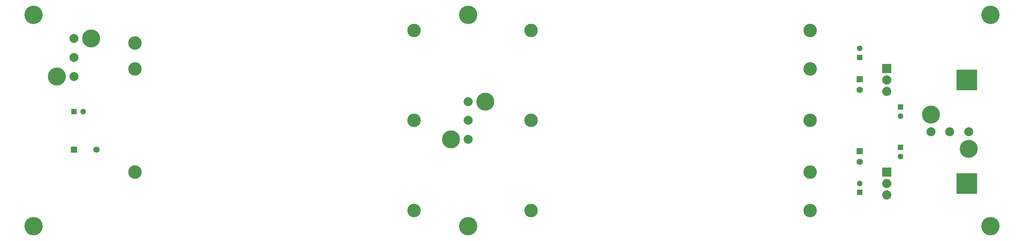
<source format=gts>
G04 (created by PCBNEW (2013-06-11 BZR 4021)-stable) date Thu 06 Feb 2014 10:57:33 PM CST*
%MOIN*%
G04 Gerber Fmt 3.4, Leading zero omitted, Abs format*
%FSLAX34Y34*%
G01*
G70*
G90*
G04 APERTURE LIST*
%ADD10C,0.00590551*%
%ADD11C,0.08*%
%ADD12R,0.08X0.08*%
%ADD13R,0.18X0.18*%
%ADD14R,0.0551181X0.0551181*%
%ADD15C,0.0551181*%
%ADD16R,0.0511811X0.0511811*%
%ADD17C,0.0511811*%
%ADD18C,0.0787402*%
%ADD19C,0.15748*%
%ADD20C,0.11811*%
%ADD21C,0.16*%
G04 APERTURE END LIST*
G54D10*
G54D11*
X131102Y-91338D03*
X131102Y-92338D03*
G54D12*
X131102Y-90338D03*
G54D13*
X138102Y-91338D03*
G54D11*
X131102Y-82283D03*
X131102Y-83283D03*
G54D12*
X131102Y-81283D03*
G54D13*
X138102Y-82283D03*
G54D14*
X128740Y-88503D03*
G54D15*
X128740Y-89448D03*
G54D14*
X128740Y-82204D03*
G54D15*
X128740Y-83149D03*
G54D16*
X128740Y-80314D03*
G54D17*
X128740Y-79527D03*
G54D16*
X128740Y-92125D03*
G54D17*
X128740Y-91338D03*
G54D16*
X132283Y-88188D03*
G54D17*
X132283Y-88976D03*
G54D16*
X132283Y-84645D03*
G54D17*
X132283Y-85433D03*
G54D16*
X60039Y-85039D03*
G54D17*
X60826Y-85039D03*
G54D14*
X60039Y-88385D03*
G54D15*
X62007Y-88385D03*
G54D18*
X60039Y-81968D03*
X60039Y-80314D03*
X60039Y-78661D03*
G54D19*
X61535Y-78661D03*
X58543Y-81968D03*
G54D18*
X134960Y-86811D03*
X136614Y-86811D03*
X138267Y-86811D03*
G54D19*
X138267Y-88307D03*
X134960Y-85314D03*
G54D18*
X94488Y-84173D03*
X94488Y-85826D03*
X94488Y-87480D03*
G54D19*
X92992Y-87480D03*
X95984Y-84173D03*
G54D20*
X89763Y-77952D03*
X89763Y-85826D03*
X89763Y-93700D03*
X65354Y-79055D03*
X65354Y-81299D03*
X65354Y-90354D03*
X100000Y-85826D03*
X100000Y-93700D03*
X100000Y-77952D03*
X124409Y-93700D03*
X124409Y-90354D03*
X124409Y-85826D03*
X124409Y-81299D03*
X124409Y-77952D03*
G54D21*
X140157Y-76574D03*
X140157Y-95078D03*
X56496Y-76574D03*
X56496Y-95078D03*
X94488Y-76574D03*
X94488Y-95078D03*
M02*

</source>
